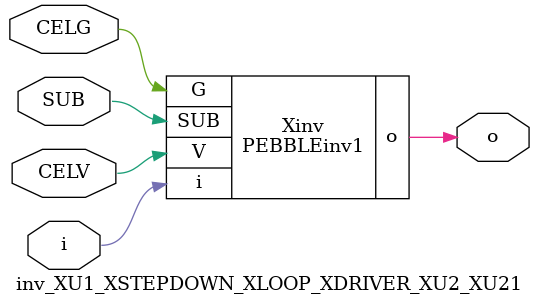
<source format=v>



module PEBBLEinv1 ( o, G, SUB, V, i );

  input V;
  input i;
  input G;
  output o;
  input SUB;
endmodule

//Celera Confidential Do Not Copy inv_XU1_XSTEPDOWN_XLOOP_XDRIVER_XU2_XU21
//Celera Confidential Symbol Generator
//5V Inverter
module inv_XU1_XSTEPDOWN_XLOOP_XDRIVER_XU2_XU21 (CELV,CELG,i,o,SUB);
input CELV;
input CELG;
input i;
input SUB;
output o;

//Celera Confidential Do Not Copy inv
PEBBLEinv1 Xinv(
.V (CELV),
.i (i),
.o (o),
.SUB (SUB),
.G (CELG)
);
//,diesize,PEBBLEinv1

//Celera Confidential Do Not Copy Module End
//Celera Schematic Generator
endmodule

</source>
